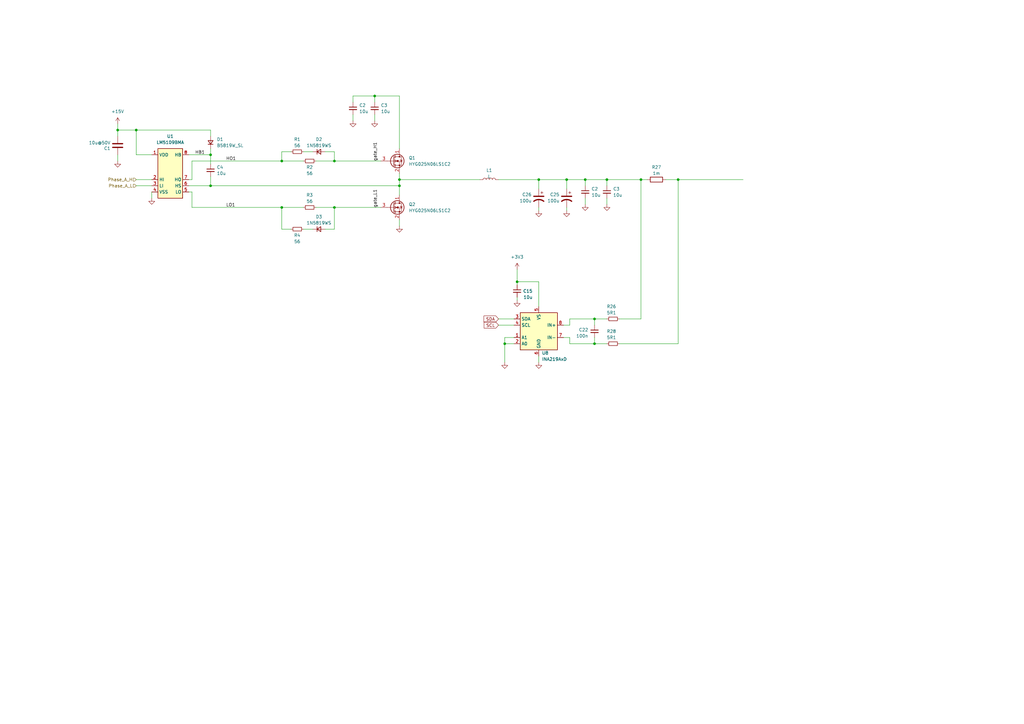
<source format=kicad_sch>
(kicad_sch (version 20230121) (generator eeschema)
  (paper "A3")
  (lib_symbols
    (symbol "D_Small_1" (pin_numbers hide) (pin_names (offset 0.254) hide)
      (property "Reference" "D" (at -1.27 2.032 0))
      (property "Value" "D_Small" (at -3.81 -2.032 0))
      (symbol "D_Small_1_0_1"
        (polyline (pts (xy -0.762 -1.016) (xy -0.762 1.016)) (stroke (width 0.254)))
        (polyline (pts (xy -0.762 0) (xy 0.762 0)))
        (polyline (pts (xy 0.762 -1.016) (xy -0.762 0) (xy 0.762 1.016) (xy 0.762 -1.016)) (stroke (width 0.254)))
      )
      (symbol "D_Small_1_1_1"
        (pin passive line (at -2.54 0 0) (length 1.778) (name "K") (number "1"))
        (pin passive line (at 2.54 0 180) (length 1.778) (name "A") (number "2"))
      )
    )
    (symbol "Device:C" (pin_numbers hide) (pin_names (offset 0.254))
      (property "Reference" "C" (at 0.635 2.54 0))
      (property "Value" "C" (at 0.635 -2.54 0))
      (symbol "C_0_1"
        (polyline (pts (xy -2.032 -0.762) (xy 2.032 -0.762)) (stroke (width 0.508)))
        (polyline (pts (xy -2.032 0.762) (xy 2.032 0.762)) (stroke (width 0.508)))
      )
      (symbol "C_1_1"
        (pin passive line (at 0 3.81 270) (length 2.794) (name "~") (number "1"))
        (pin passive line (at 0 -3.81 90) (length 2.794) (name "~") (number "2"))
      )
    )
    (symbol "Device:C_Polarized_US" (pin_numbers hide) (pin_names (offset 0.254) hide)
      (property "Reference" "C" (at 0.635 2.54 0))
      (property "Value" "C_Polarized_US" (at 0.635 -2.54 0))
      (symbol "C_Polarized_US_0_1"
        (polyline (pts (xy -2.032 0.762) (xy 2.032 0.762)) (stroke (width 0.508)))
        (polyline (pts (xy -1.778 2.286) (xy -0.762 2.286)))
        (polyline (pts (xy -1.27 1.778) (xy -1.27 2.794)))
        (arc (start 2.032 -1.27) (mid 0 -0.5572) (end -2.032 -1.27) (stroke (width 0.508)))
      )
      (symbol "C_Polarized_US_1_1"
        (pin passive line (at 0 3.81 270) (length 2.794) (name "~") (number "1"))
        (pin passive line (at 0 -3.81 90) (length 3.302) (name "~") (number "2"))
      )
    )
    (symbol "Device:C_Small" (pin_numbers hide) (pin_names (offset 0.254) hide)
      (property "Reference" "C" (at 0.254 1.778 0))
      (property "Value" "C_Small" (at 0.254 -2.032 0))
      (symbol "C_Small_0_1"
        (polyline (pts (xy -1.524 -0.508) (xy 1.524 -0.508)) (stroke (width 0.3302)))
        (polyline (pts (xy -1.524 0.508) (xy 1.524 0.508)) (stroke (width 0.3048)))
      )
      (symbol "C_Small_1_1"
        (pin passive line (at 0 2.54 270) (length 2.032) (name "~") (number "1"))
        (pin passive line (at 0 -2.54 90) (length 2.032) (name "~") (number "2"))
      )
    )
    (symbol "Device:D_Small" (pin_numbers hide) (pin_names (offset 0.254) hide)
      (property "Reference" "D" (at -1.27 2.032 0))
      (property "Value" "D_Small" (at -3.81 -2.032 0))
      (symbol "D_Small_0_1"
        (polyline (pts (xy -0.762 -1.016) (xy -0.762 1.016)) (stroke (width 0.254)))
        (polyline (pts (xy -0.762 0) (xy 0.762 0)))
        (polyline (pts (xy 0.762 -1.016) (xy -0.762 0) (xy 0.762 1.016) (xy 0.762 -1.016)) (stroke (width 0.254)))
      )
      (symbol "D_Small_1_1"
        (pin passive line (at -2.54 0 0) (length 1.778) (name "K") (number "1"))
        (pin passive line (at 2.54 0 180) (length 1.778) (name "A") (number "2"))
      )
    )
    (symbol "Device:L" (pin_numbers hide) (pin_names (offset 1.016) hide)
      (property "Reference" "L" (at -1.27 0 90))
      (property "Value" "L" (at 1.905 0 90))
      (symbol "L_0_1"
        (arc (start 0 -2.54) (mid 0.6323 -1.905) (end 0 -1.27))
        (arc (start 0 -1.27) (mid 0.6323 -0.635) (end 0 0))
        (arc (start 0 0) (mid 0.6323 0.635) (end 0 1.27))
        (arc (start 0 1.27) (mid 0.6323 1.905) (end 0 2.54))
      )
      (symbol "L_1_1"
        (pin passive line (at 0 3.81 270) (length 1.27) (name "1") (number "1"))
        (pin passive line (at 0 -3.81 90) (length 1.27) (name "2") (number "2"))
      )
    )
    (symbol "Device:Q_NMOS_DSG" (pin_names (offset 0) hide)
      (property "Reference" "Q" (at 5.08 1.27 0))
      (property "Value" "Q_NMOS_DSG" (at 5.08 -1.27 0))
      (symbol "Q_NMOS_DSG_0_1"
        (polyline (pts (xy 0.254 0) (xy -2.54 0)))
        (polyline (pts (xy 0.254 1.905) (xy 0.254 -1.905)) (stroke (width 0.254)))
        (polyline (pts (xy 0.762 -1.27) (xy 0.762 -2.286)) (stroke (width 0.254)))
        (polyline (pts (xy 0.762 0.508) (xy 0.762 -0.508)) (stroke (width 0.254)))
        (polyline (pts (xy 0.762 2.286) (xy 0.762 1.27)) (stroke (width 0.254)))
        (polyline (pts (xy 2.54 2.54) (xy 2.54 1.778)))
        (polyline (pts (xy 2.54 -2.54) (xy 2.54 0) (xy 0.762 0)))
        (polyline (pts (xy 0.762 -1.778) (xy 3.302 -1.778) (xy 3.302 1.778) (xy 0.762 1.778)))
        (polyline (pts (xy 1.016 0) (xy 2.032 0.381) (xy 2.032 -0.381) (xy 1.016 0)) (fill (type outline)))
        (polyline (pts (xy 2.794 0.508) (xy 2.921 0.381) (xy 3.683 0.381) (xy 3.81 0.254)))
        (polyline (pts (xy 3.302 0.381) (xy 2.921 -0.254) (xy 3.683 -0.254) (xy 3.302 0.381)))
        (circle (center 1.651 0) (radius 2.794) (stroke (width 0.254)))
        (circle (center 2.54 -1.778) (radius 0.254) (fill (type outline)))
        (circle (center 2.54 1.778) (radius 0.254) (fill (type outline)))
      )
      (symbol "Q_NMOS_DSG_1_1"
        (pin passive line (at 2.54 5.08 270) (length 2.54) (name "D") (number "1"))
        (pin passive line (at 2.54 -5.08 90) (length 2.54) (name "S") (number "2"))
        (pin input line (at -5.08 0 0) (length 2.54) (name "G") (number "3"))
      )
    )
    (symbol "Device:R" (pin_numbers hide) (pin_names (offset 0))
      (property "Reference" "R" (at 2.032 0 90))
      (property "Value" "R" (at 0 0 90))
      (symbol "R_0_1"
        (rectangle (start -1.016 -2.54) (end 1.016 2.54) (stroke (width 0.254)))
      )
      (symbol "R_1_1"
        (pin passive line (at 0 3.81 270) (length 1.27) (name "~") (number "1"))
        (pin passive line (at 0 -3.81 90) (length 1.27) (name "~") (number "2"))
      )
    )
    (symbol "Device:R_Small" (pin_numbers hide) (pin_names (offset 0.254) hide)
      (property "Reference" "R" (at 0.762 0.508 0))
      (property "Value" "R_Small" (at 0.762 -1.016 0))
      (symbol "R_Small_0_1"
        (rectangle (start -0.762 1.778) (end 0.762 -1.778) (stroke (width 0.2032)))
      )
      (symbol "R_Small_1_1"
        (pin passive line (at 0 2.54 270) (length 0.762) (name "~") (number "1"))
        (pin passive line (at 0 -2.54 90) (length 0.762) (name "~") (number "2"))
      )
    )
    (symbol "Driver_FET:LM5109BMA"
      (property "Reference" "U" (at 0 13.97 0))
      (property "Value" "LM5109BMA" (at 0 11.43 0))
      (symbol "LM5109BMA_0_1"
        (rectangle (start -5.08 -10.16) (end 5.08 10.16) (stroke (width 0.254)) (fill (type background)))
      )
      (symbol "LM5109BMA_1_1"
        (pin power_in line (at -7.62 7.62 0) (length 2.54) (name "VDD") (number "1"))
        (pin input line (at -7.62 -2.54 0) (length 2.54) (name "HI") (number "2"))
        (pin input line (at -7.62 -5.08 0) (length 2.54) (name "LI") (number "3"))
        (pin power_in line (at -7.62 -7.62 0) (length 2.54) (name "VSS") (number "4"))
        (pin output line (at 7.62 -7.62 180) (length 2.54) (name "LO") (number "5"))
        (pin passive line (at 7.62 -5.08 180) (length 2.54) (name "HS") (number "6"))
        (pin output line (at 7.62 -2.54 180) (length 2.54) (name "HO") (number "7"))
        (pin passive line (at 7.62 7.62 180) (length 2.54) (name "HB") (number "8"))
      )
    )
    (symbol "Sensor_Energy:INA219AxD"
      (property "Reference" "U" (at -6.35 8.89 0))
      (property "Value" "INA219AxD" (at 5.08 8.89 0))
      (symbol "INA219AxD_0_1"
        (rectangle (start -7.62 7.62) (end 7.62 -7.62) (stroke (width 0.254)) (fill (type background)))
      )
      (symbol "INA219AxD_1_1"
        (pin input line (at 10.16 -2.54 180) (length 2.54) (name "A1") (number "1"))
        (pin input line (at 10.16 -5.08 180) (length 2.54) (name "A0") (number "2"))
        (pin bidirectional line (at 10.16 5.08 180) (length 2.54) (name "SDA") (number "3"))
        (pin input line (at 10.16 2.54 180) (length 2.54) (name "SCL") (number "4"))
        (pin power_in line (at 0 10.16 270) (length 2.54) (name "VS") (number "5"))
        (pin power_in line (at 0 -10.16 90) (length 2.54) (name "GND") (number "6"))
        (pin input line (at -10.16 -2.54 0) (length 2.54) (name "IN-") (number "7"))
        (pin input line (at -10.16 2.54 0) (length 2.54) (name "IN+") (number "8"))
      )
    )
    (symbol "power:+15V" (power) (pin_names (offset 0))
      (property "Value" "+15V" (at 0 3.556 0))
      (symbol "+15V_0_1"
        (polyline (pts (xy -0.762 1.27) (xy 0 2.54)))
        (polyline (pts (xy 0 0) (xy 0 2.54)))
        (polyline (pts (xy 0 2.54) (xy 0.762 1.27)))
      )
      (symbol "+15V_1_1"
        (pin power_in line (at 0 0 90) (length 0) hide (name "+15V") (number "1"))
      )
    )
    (symbol "power:+3V3" (power) (pin_names (offset 0))
      (property "Value" "+3V3" (at 0 3.556 0))
      (symbol "+3V3_0_1"
        (polyline (pts (xy -0.762 1.27) (xy 0 2.54)))
        (polyline (pts (xy 0 0) (xy 0 2.54)))
        (polyline (pts (xy 0 2.54) (xy 0.762 1.27)))
      )
      (symbol "+3V3_1_1"
        (pin power_in line (at 0 0 90) (length 0) hide (name "+3V3") (number "1"))
      )
    )
    (symbol "power:GND" (power) (pin_names (offset 0))
      (property "Value" "GND" (at 0 -3.81 0))
      (symbol "GND_0_1"
        (polyline (pts (xy 0 0) (xy 0 -1.27) (xy 1.27 -1.27) (xy 0 -2.54) (xy -1.27 -1.27) (xy 0 -1.27)))
      )
      (symbol "GND_1_1"
        (pin power_in line (at 0 0 270) (length 0) hide (name "GND") (number "1"))
      )
    )
  )
  (junction (at 153.67 39.37))
  (junction (at 137.16 85.09))
  (junction (at 248.92 73.66))
  (junction (at 243.84 130.81))
  (junction (at 243.84 140.97))
  (junction (at 48.26 53.34))
  (junction (at 163.83 76.2))
  (junction (at 137.16 66.04))
  (junction (at 207.01 140.97))
  (junction (at 163.83 73.66))
  (junction (at 86.36 63.5))
  (junction (at 115.57 66.04))
  (junction (at 262.89 73.66))
  (junction (at 212.09 115.57))
  (junction (at 278.13 73.66))
  (junction (at 232.41 73.66))
  (junction (at 86.36 76.2))
  (junction (at 220.98 73.66))
  (junction (at 240.03 73.66))
  (junction (at 115.57 85.09))
  (junction (at 55.88 53.34))
  (wire (pts (xy 254 130.81) (xy 262.89 130.81)))
  (wire (pts (xy 55.88 63.5) (xy 62.23 63.5)))
  (wire (pts (xy 77.47 63.5) (xy 86.36 63.5)))
  (wire (pts (xy 119.38 93.98) (xy 115.57 93.98)))
  (wire (pts (xy 144.78 39.37) (xy 153.67 39.37)))
  (wire (pts (xy 220.98 115.57) (xy 220.98 125.73)))
  (wire (pts (xy 220.98 73.66) (xy 232.41 73.66)))
  (wire (pts (xy 77.47 73.66) (xy 78.74 73.66)))
  (wire (pts (xy 204.47 130.81) (xy 210.82 130.81)))
  (wire (pts (xy 62.23 78.74) (xy 62.23 81.28)))
  (wire (pts (xy 115.57 85.09) (xy 115.57 93.98)))
  (wire (pts (xy 243.84 130.81) (xy 248.92 130.81)))
  (wire (pts (xy 243.84 130.81) (xy 243.84 133.35)))
  (wire (pts (xy 77.47 78.74) (xy 78.74 78.74)))
  (wire (pts (xy 204.47 133.35) (xy 210.82 133.35)))
  (wire (pts (xy 48.26 50.8) (xy 48.26 53.34)))
  (wire (pts (xy 55.88 73.66) (xy 62.23 73.66)))
  (wire (pts (xy 119.38 62.23) (xy 115.57 62.23)))
  (wire (pts (xy 233.68 133.35) (xy 233.68 130.81)))
  (wire (pts (xy 207.01 138.43) (xy 210.82 138.43)))
  (wire (pts (xy 163.83 76.2) (xy 163.83 80.01)))
  (wire (pts (xy 207.01 140.97) (xy 207.01 148.59)))
  (wire (pts (xy 220.98 85.09) (xy 220.98 86.36)))
  (wire (pts (xy 262.89 73.66) (xy 265.43 73.66)))
  (wire (pts (xy 212.09 115.57) (xy 212.09 116.84)))
  (wire (pts (xy 220.98 146.05) (xy 220.98 148.59)))
  (wire (pts (xy 240.03 73.66) (xy 248.92 73.66)))
  (wire (pts (xy 231.14 138.43) (xy 233.68 138.43)))
  (wire (pts (xy 207.01 138.43) (xy 207.01 140.97)))
  (wire (pts (xy 204.47 73.66) (xy 220.98 73.66)))
  (wire (pts (xy 273.05 73.66) (xy 278.13 73.66)))
  (wire (pts (xy 248.92 81.28) (xy 248.92 83.82)))
  (wire (pts (xy 278.13 73.66) (xy 304.8 73.66)))
  (wire (pts (xy 231.14 133.35) (xy 233.68 133.35)))
  (wire (pts (xy 248.92 73.66) (xy 262.89 73.66)))
  (wire (pts (xy 232.41 73.66) (xy 240.03 73.66)))
  (wire (pts (xy 55.88 76.2) (xy 62.23 76.2)))
  (wire (pts (xy 212.09 121.92) (xy 212.09 123.19)))
  (wire (pts (xy 55.88 53.34) (xy 86.36 53.34)))
  (wire (pts (xy 115.57 85.09) (xy 124.46 85.09)))
  (wire (pts (xy 137.16 66.04) (xy 156.21 66.04)))
  (wire (pts (xy 48.26 63.5) (xy 48.26 66.04)))
  (wire (pts (xy 78.74 85.09) (xy 115.57 85.09)))
  (wire (pts (xy 144.78 41.91) (xy 144.78 39.37)))
  (wire (pts (xy 137.16 62.23) (xy 133.35 62.23)))
  (wire (pts (xy 128.27 62.23) (xy 124.46 62.23)))
  (wire (pts (xy 128.27 93.98) (xy 124.46 93.98)))
  (wire (pts (xy 262.89 73.66) (xy 262.89 130.81)))
  (wire (pts (xy 243.84 138.43) (xy 243.84 140.97)))
  (wire (pts (xy 77.47 76.2) (xy 86.36 76.2)))
  (wire (pts (xy 86.36 60.96) (xy 86.36 63.5)))
  (wire (pts (xy 137.16 66.04) (xy 137.16 62.23)))
  (wire (pts (xy 243.84 140.97) (xy 248.92 140.97)))
  (wire (pts (xy 78.74 66.04) (xy 115.57 66.04)))
  (wire (pts (xy 86.36 76.2) (xy 163.83 76.2)))
  (wire (pts (xy 233.68 130.81) (xy 243.84 130.81)))
  (wire (pts (xy 153.67 39.37) (xy 153.67 41.91)))
  (wire (pts (xy 129.54 85.09) (xy 137.16 85.09)))
  (wire (pts (xy 163.83 73.66) (xy 163.83 76.2)))
  (wire (pts (xy 240.03 76.2) (xy 240.03 73.66)))
  (wire (pts (xy 86.36 76.2) (xy 86.36 72.39)))
  (wire (pts (xy 212.09 110.49) (xy 212.09 115.57)))
  (wire (pts (xy 86.36 53.34) (xy 86.36 55.88)))
  (wire (pts (xy 55.88 53.34) (xy 55.88 63.5)))
  (wire (pts (xy 196.85 73.66) (xy 163.83 73.66)))
  (wire (pts (xy 232.41 85.09) (xy 232.41 86.36)))
  (wire (pts (xy 278.13 73.66) (xy 278.13 140.97)))
  (wire (pts (xy 220.98 115.57) (xy 212.09 115.57)))
  (wire (pts (xy 254 140.97) (xy 278.13 140.97)))
  (wire (pts (xy 137.16 85.09) (xy 156.21 85.09)))
  (wire (pts (xy 233.68 138.43) (xy 233.68 140.97)))
  (wire (pts (xy 153.67 46.99) (xy 153.67 49.53)))
  (wire (pts (xy 115.57 66.04) (xy 124.46 66.04)))
  (wire (pts (xy 144.78 46.99) (xy 144.78 49.53)))
  (wire (pts (xy 86.36 67.31) (xy 86.36 63.5)))
  (wire (pts (xy 129.54 66.04) (xy 137.16 66.04)))
  (wire (pts (xy 137.16 85.09) (xy 137.16 93.98)))
  (wire (pts (xy 232.41 77.47) (xy 232.41 73.66)))
  (wire (pts (xy 207.01 140.97) (xy 210.82 140.97)))
  (wire (pts (xy 78.74 78.74) (xy 78.74 85.09)))
  (wire (pts (xy 248.92 73.66) (xy 248.92 76.2)))
  (wire (pts (xy 233.68 140.97) (xy 243.84 140.97)))
  (wire (pts (xy 115.57 62.23) (xy 115.57 66.04)))
  (wire (pts (xy 240.03 81.28) (xy 240.03 83.82)))
  (wire (pts (xy 163.83 39.37) (xy 163.83 60.96)))
  (wire (pts (xy 78.74 73.66) (xy 78.74 66.04)))
  (wire (pts (xy 220.98 77.47) (xy 220.98 73.66)))
  (wire (pts (xy 163.83 71.12) (xy 163.83 73.66)))
  (wire (pts (xy 163.83 90.17) (xy 163.83 92.71)))
  (wire (pts (xy 48.26 53.34) (xy 48.26 55.88)))
  (wire (pts (xy 48.26 53.34) (xy 55.88 53.34)))
  (wire (pts (xy 163.83 39.37) (xy 153.67 39.37)))
  (wire (pts (xy 137.16 93.98) (xy 133.35 93.98)))
  (label "gate_H1" (at 154.94 66.04 90))
  (label "HB1" (at 80.01 63.5 0))
  (label "HO1" (at 92.71 66.04 0))
  (label "gate_L1" (at 154.94 85.09 90))
  (label "LO1" (at 92.71 85.09 0))
  (global_label "SDA" (shape input) (at 204.47 130.81 180) (property "Intersheetrefs" "${INTERSHEET_REFS}" (effects hide)))
  (global_label "SCL" (shape input) (at 204.47 133.35 180) (property "Intersheetrefs" "${INTERSHEET_REFS}" (effects hide)))
  (hierarchical_label "Phase_A_H" (shape input) (at 55.88 73.66 180))
  (hierarchical_label "Phase_A_L" (shape input) (at 55.88 76.2 180))
  (symbol (lib_id "Device:C_Small") (at 86.36 69.85 0) (unit 1)
    (property "Reference" "C4" (at 88.9 68.5862 0) (effects (justify left)))
    (property "Value" "10u" (at 88.9 71.1262 0) (effects (justify left)))
    (property "Footprint" "Capacitor_SMD:C_0805_2012Metric" (effects hide))
    (property "LCSC" "C15850" (effects hide))
    (instances (project "PSMPS" (path "" (reference "C4") (unit 1)) (path "" (reference "C4") (unit 1))) (project "ESP32_dual_ESC" (path "" (reference "C2") (unit 1)) (path "" (reference "C19") (unit 1))) (project "RP2040_ESP32_dual_ESC" (path "" (reference "C24") (unit 1)) (path "" (reference "C2") (unit 1))))
  )
  (symbol (lib_id "power:GND") (at 232.41 86.36 0) (mirror y) (unit 1)
    (property "Reference" "#PWR063" (effects hide))
    (property "Value" "GND" (effects hide))
    (instances (project "PSMPS" (path "" (reference "#PWR063") (unit 1))) (project "ESP32_dual_ESC" (path "" (reference "#PWR04") (unit 1)) (path "" (reference "#PWR074") (unit 1)) (path "" (reference "#PWR021") (unit 1))) (project "RP2040_ESP32_dual_ESC" (path "" (reference "#PWR0112") (unit 1)) (path "" (reference "#PWR0104") (unit 1))))
  )
  (symbol (lib_id "power:GND") (at 248.92 83.82 0) (unit 1)
    (property "Reference" "#PWR04" (effects hide))
    (property "Value" "GND" (effects hide))
    (instances (project "PSMPS" (path "" (reference "#PWR04") (unit 1)) (path "" (reference "#PWR062") (unit 1))) (project "ESP32_dual_ESC" (path "" (reference "#PWR093") (unit 1)) (path "" (reference "#PWR047") (unit 1))) (project "RP2040_ESP32_dual_ESC" (path "" (reference "#PWR0109") (unit 1)) (path "" (reference "#PWR0101") (unit 1))))
  )
  (symbol (lib_id "Device:R_Small") (at 251.46 130.81 270) (unit 1)
    (property "Reference" "R26" (at 252.73 125.73 90) (effects (justify right)))
    (property "Value" "5R1" (at 252.73 128.27 90) (effects (justify right)))
    (property "Footprint" "Resistor_SMD:R_0603_1608Metric" (effects hide))
    (property "LCSC" "C25197" (effects hide))
    (instances (project "PSMPS" (path "" (reference "R26") (unit 1))) (project "ESP32_dual_ESC" (path "" (reference "R57") (unit 1))) (project "BMS_project" (path "" (reference "R1") (unit 1)) (path "" (reference "R19") (unit 1)) (path "" (reference "R31") (unit 1)) (path "" (reference "R38") (unit 1)) (path "" (reference "R45") (unit 1))))
  )
  (symbol (lib_id "power:GND") (at 220.98 148.59 0) (unit 1)
    (property "Reference" "#PWR060" (effects hide))
    (property "Value" "GND" (effects hide))
    (instances (project "PSMPS" (path "" (reference "#PWR060") (unit 1))) (project "ESP32_dual_ESC" (path "" (reference "#PWR06") (unit 1)) (path "" (reference "#PWR083") (unit 1)) (path "" (reference "#PWR083") (unit 1))) (project "RP2040_ESP32_dual_ESC" (path "" (reference "#PWR0109") (unit 1)) (path "" (reference "#PWR0101") (unit 1))))
  )
  (symbol (lib_id "Device:C_Small") (at 248.92 78.74 0) (unit 1)
    (property "Reference" "C3" (at 251.46 77.4762 0) (effects (justify left)))
    (property "Value" "10u" (at 251.46 80.0162 0) (effects (justify left)))
    (property "Footprint" "Capacitor_SMD:C_1206_3216Metric" (effects hide))
    (property "LCSC" "C13585" (effects hide))
    (instances (project "PSMPS" (path "" (reference "C3") (unit 1)) (path "" (reference "C24") (unit 1))) (project "ESP32_dual_ESC" (path "" (reference "C73") (unit 1)) (path "" (reference "C67") (unit 1))) (project "RP2040_ESP32_dual_ESC" (path "" (reference "C24") (unit 1)) (path "" (reference "C2") (unit 1))))
  )
  (symbol (lib_id "Device:C_Small") (at 153.67 44.45 0) (unit 1)
    (property "Reference" "C3" (at 156.21 43.1862 0) (effects (justify left)))
    (property "Value" "10u" (at 156.21 45.7262 0) (effects (justify left)))
    (property "Footprint" "Capacitor_SMD:C_1206_3216Metric" (effects hide))
    (property "LCSC" "C13585" (effects hide))
    (instances (project "PSMPS" (path "" (reference "C3") (unit 1)) (path "" (reference "C3") (unit 1))) (project "ESP32_dual_ESC" (path "" (reference "C73") (unit 1)) (path "" (reference "C67") (unit 1))) (project "RP2040_ESP32_dual_ESC" (path "" (reference "C24") (unit 1)) (path "" (reference "C2") (unit 1))))
  )
  (symbol (lib_id "power:GND") (at 163.83 92.71 0) (unit 1)
    (property "Reference" "#PWR06" (effects hide))
    (property "Value" "GND" (effects hide))
    (instances (project "PSMPS" (path "" (reference "#PWR06") (unit 1)) (path "" (reference "#PWR06") (unit 1))) (project "ESP32_dual_ESC" (path "" (reference "#PWR06") (unit 1))) (project "RP2040_ESP32_dual_ESC" (path "" (reference "#PWR0109") (unit 1)) (path "" (reference "#PWR0101") (unit 1))))
  )
  (symbol (lib_id "Device:C_Small") (at 240.03 78.74 0) (unit 1)
    (property "Reference" "C2" (at 242.57 77.4762 0) (effects (justify left)))
    (property "Value" "10u" (at 242.57 80.0162 0) (effects (justify left)))
    (property "Footprint" "Capacitor_SMD:C_1206_3216Metric" (effects hide))
    (property "LCSC" "C13585" (effects hide))
    (instances (project "PSMPS" (path "" (reference "C2") (unit 1)) (path "" (reference "C23") (unit 1))) (project "ESP32_dual_ESC" (path "" (reference "C72") (unit 1)) (path "" (reference "C66") (unit 1))) (project "RP2040_ESP32_dual_ESC" (path "" (reference "C24") (unit 1)) (path "" (reference "C2") (unit 1))))
  )
  (symbol (lib_id "Driver_FET:LM5109BMA") (at 69.85 71.12 0) (unit 1)
    (property "Reference" "U1" (at 69.85 55.88 0))
    (property "Value" "LM5109BMA" (at 69.85 58.42 0))
    (property "Footprint" "Package_SO:SOIC-8_3.9x4.9mm_P1.27mm" (effects hide))
    (property "Datasheet" "http://www.ti.com/lit/ds/symlink/lm5109b.pdf" (effects hide))
    (property "LCSC" "C116862" (effects hide))
    (instances (project "PSMPS" (path "" (reference "U1") (unit 1)) (path "" (reference "U1") (unit 1))) (project "ESP32_dual_ESC" (path "" (reference "U2") (unit 1))) (project "RP2040_ESP32_dual_ESC" (path "" (reference "U9") (unit 1)) (path "" (reference "U2") (unit 1))))
  )
  (symbol (lib_id "power:GND") (at 207.01 148.59 0) (unit 1)
    (property "Reference" "#PWR059" (effects hide))
    (property "Value" "GND" (effects hide))
    (instances (project "PSMPS" (path "" (reference "#PWR059") (unit 1))) (project "ESP32_dual_ESC" (path "" (reference "#PWR06") (unit 1)) (path "" (reference "#PWR083") (unit 1)) (path "" (reference "#PWR041") (unit 1))) (project "RP2040_ESP32_dual_ESC" (path "" (reference "#PWR0109") (unit 1)) (path "" (reference "#PWR0101") (unit 1))))
  )
  (symbol (lib_id "Device:R_Small") (at 127 85.09 90) (mirror x) (unit 1)
    (property "Reference" "R3" (at 127 80.01 90))
    (property "Value" "56" (at 127 82.55 90))
    (property "Footprint" "Resistor_SMD:R_0603_1608Metric" (effects hide))
    (property "LCSC" "C25196" (effects hide))
    (instances (project "PSMPS" (path "" (reference "R3") (unit 1)) (path "" (reference "R3") (unit 1))) (project "ESP32_dual_ESC" (path "" (reference "R5") (unit 1)) (path "" (reference "R28") (unit 1))) (project "RP2040_ESP32_dual_ESC" (path "" (reference "R42") (unit 1)) (path "" (reference "R17") (unit 1))))
  )
  (symbol (lib_id "Device:C_Small") (at 212.09 119.38 0) (mirror y) (unit 1)
    (property "Reference" "C15" (at 218.44 119.38 0) (effects (justify left)))
    (property "Value" "10u" (at 218.44 121.92 0) (effects (justify left)))
    (property "Footprint" "Capacitor_SMD:C_0603_1608Metric" (effects hide))
    (property "LCSC" "C96446" (effects hide))
    (instances (project "Ethernet_switch_4out" (path "" (reference "C15") (unit 1))) (project "cross_band_handy_walkie_talkie_ES8388" (path "" (reference "C3") (unit 1))) (project "PSMPS" (path "" (reference "C21") (unit 1))) (project "ESP32_dual_ESC" (path "" (reference "C11") (unit 1)) (path "" (reference "C18") (unit 1))))
  )
  (symbol (lib_id "power:GND") (at 240.03 83.82 0) (unit 1)
    (property "Reference" "#PWR03" (effects hide))
    (property "Value" "GND" (effects hide))
    (instances (project "PSMPS" (path "" (reference "#PWR03") (unit 1)) (path "" (reference "#PWR061") (unit 1))) (project "ESP32_dual_ESC" (path "" (reference "#PWR092") (unit 1)) (path "" (reference "#PWR046") (unit 1))) (project "RP2040_ESP32_dual_ESC" (path "" (reference "#PWR0109") (unit 1)) (path "" (reference "#PWR0101") (unit 1))))
  )
  (symbol (lib_id "Device:C_Polarized_US") (at 220.98 81.28 0) (mirror y) (unit 1)
    (property "Reference" "C26" (at 218.059 79.8103 0) (effects (justify left)))
    (property "Value" "100u" (at 218.059 82.3472 0) (effects (justify left)))
    (property "Footprint" "Capacitor_SMD:CP_Elec_6.3x5.4" (effects hide))
    (property "LCSC" "C4747963" (effects hide))
    (instances (project "PSMPS" (path "" (reference "C26") (unit 1))) (project "ESP32_dual_ESC" (path "" (reference "C23") (unit 1))))
  )
  (symbol (lib_name "D_Small_1") (lib_id "Device:D_Small") (at 130.81 62.23 0) (unit 1)
    (property "Reference" "D2" (at 130.81 57.15 0))
    (property "Value" "1N5819WS" (at 130.81 59.69 0))
    (property "Footprint" "Diode_SMD:D_SOD-323" (effects hide))
    (property "Datasheet" "https://datasheet.lcsc.com/lcsc/2204281430_Guangdong-Hottech-1N5819WS_C191023.pdf" (effects hide))
    (property "Sim.Device" "D" (effects hide))
    (property "Sim.Pins" "1=K 2=A" (effects hide))
    (property "LCSC" "C191023" (effects hide))
    (instances (project "PSMPS" (path "" (reference "D2") (unit 1)) (path "" (reference "D2") (unit 1))) (project "ESP32_dual_ESC" (path "" (reference "D7") (unit 1)) (path "" (reference "D16") (unit 1))))
  )
  (symbol (lib_id "power:+3V3") (at 212.09 110.49 0) (unit 1)
    (property "Reference" "#PWR02" (effects hide))
    (property "Value" "+3V3" (at 212.09 105.41 0))
    (instances (project "Ethernet_switch_4out" (path "" (reference "#PWR02") (unit 1))) (project "cross_band_handy_walkie_talkie_ES8388" (path "" (reference "#PWR014") (unit 1))) (project "PSMPS" (path "" (reference "#PWR056") (unit 1))) (project "ESP32_dual_ESC" (path "" (reference "#PWR022") (unit 1)) (path "" (reference "#PWR085") (unit 1))))
  )
  (symbol (lib_id "Device:R") (at 269.24 73.66 90) (unit 1)
    (property "Reference" "R27" (at 269.24 68.58 90))
    (property "Value" "1m" (at 269.24 71.12 90))
    (property "Footprint" "Resistor_SMD:R_2512_6332Metric" (effects hide))
    (instances (project "PSMPS" (path "" (reference "R27") (unit 1))) (project "ESP32_dual_ESC" (path "" (reference "R56") (unit 1))))
  )
  (symbol (lib_id "Device:R_Small") (at 121.92 93.98 270) (mirror x) (unit 1)
    (property "Reference" "R4" (at 121.92 96.52 90))
    (property "Value" "56" (at 121.92 99.06 90))
    (property "Footprint" "Resistor_SMD:R_0603_1608Metric" (effects hide))
    (property "LCSC" "C25196" (effects hide))
    (instances (project "PSMPS" (path "" (reference "R4") (unit 1)) (path "" (reference "R4") (unit 1))) (project "ESP32_dual_ESC" (path "" (reference "R59") (unit 1)) (path "" (reference "R28") (unit 1))) (project "RP2040_ESP32_dual_ESC" (path "" (reference "R42") (unit 1)) (path "" (reference "R17") (unit 1))))
  )
  (symbol (lib_id "Device:C_Small") (at 243.84 135.89 0) (mirror y) (unit 1)
    (property "Reference" "C22" (at 241.3 135.2613 0) (effects (justify left)))
    (property "Value" "100n" (at 241.3 137.8013 0) (effects (justify left)))
    (property "Footprint" "Capacitor_SMD:C_0603_1608Metric" (effects hide))
    (property "LCSC" "C14663" (effects hide))
    (instances (project "PSMPS" (path "" (reference "C22") (unit 1))) (project "ESP32_dual_ESC" (path "" (reference "C25") (unit 1))) (project "BMS_project" (path "" (reference "C16") (unit 1)) (path "" (reference "C28") (unit 1)) (path "" (reference "C36") (unit 1)) (path "" (reference "C44") (unit 1))))
  )
  (symbol (lib_id "power:GND") (at 144.78 49.53 0) (unit 1)
    (property "Reference" "#PWR03" (effects hide))
    (property "Value" "GND" (effects hide))
    (instances (project "PSMPS" (path "" (reference "#PWR03") (unit 1)) (path "" (reference "#PWR03") (unit 1))) (project "ESP32_dual_ESC" (path "" (reference "#PWR092") (unit 1)) (path "" (reference "#PWR046") (unit 1))) (project "RP2040_ESP32_dual_ESC" (path "" (reference "#PWR0109") (unit 1)) (path "" (reference "#PWR0101") (unit 1))))
  )
  (symbol (lib_id "power:GND") (at 212.09 123.19 0) (mirror y) (unit 1)
    (property "Reference" "#PWR018" (effects hide))
    (property "Value" "GND" (effects hide))
    (instances (project "Ethernet_switch_4out" (path "" (reference "#PWR018") (unit 1))) (project "cross_band_handy_walkie_talkie_ES8388" (path "" (reference "#PWR016") (unit 1))) (project "PSMPS" (path "" (reference "#PWR057") (unit 1))) (project "ESP32_dual_ESC" (path "" (reference "#PWR026") (unit 1)) (path "" (reference "#PWR088") (unit 1))))
  )
  (symbol (lib_id "power:GND") (at 220.98 86.36 0) (mirror y) (unit 1)
    (property "Reference" "#PWR064" (effects hide))
    (property "Value" "GND" (effects hide))
    (instances (project "PSMPS" (path "" (reference "#PWR064") (unit 1))) (project "ESP32_dual_ESC" (path "" (reference "#PWR04") (unit 1)) (path "" (reference "#PWR074") (unit 1)) (path "" (reference "#PWR021") (unit 1))) (project "RP2040_ESP32_dual_ESC" (path "" (reference "#PWR0112") (unit 1)) (path "" (reference "#PWR0104") (unit 1))))
  )
  (symbol (lib_id "power:GND") (at 153.67 49.53 0) (unit 1)
    (property "Reference" "#PWR04" (effects hide))
    (property "Value" "GND" (effects hide))
    (instances (project "PSMPS" (path "" (reference "#PWR04") (unit 1)) (path "" (reference "#PWR04") (unit 1))) (project "ESP32_dual_ESC" (path "" (reference "#PWR093") (unit 1)) (path "" (reference "#PWR047") (unit 1))) (project "RP2040_ESP32_dual_ESC" (path "" (reference "#PWR0109") (unit 1)) (path "" (reference "#PWR0101") (unit 1))))
  )
  (symbol (lib_id "Device:Q_NMOS_DSG") (at 161.29 66.04 0) (unit 1)
    (property "Reference" "Q1" (at 167.64 64.7699 0) (effects (justify left)))
    (property "Value" "HYG025N06LS1C2" (at 167.64 67.3099 0) (effects (justify left)))
    (property "Footprint" "Z_mycustom_footprint_lib:DFN-8_(5x6)" (effects hide))
    (property "Datasheet" "https://datasheet.lcsc.com/lcsc/2105242011_HUAYI-HYG025N06LS1C2_C2827231.pdf" (effects hide))
    (property "LCSC" "C2827231" (effects hide))
    (instances (project "PSMPS" (path "" (reference "Q1") (unit 1)) (path "" (reference "Q1") (unit 1))) (project "ESP32_dual_ESC" (path "" (reference "Q1") (unit 1))) (project "RP2040_ESP32_dual_ESC" (path "" (reference "Q7") (unit 1)) (path "" (reference "Q1") (unit 1))))
  )
  (symbol (lib_id "Device:R_Small") (at 121.92 62.23 90) (mirror x) (unit 1)
    (property "Reference" "R1" (at 121.92 57.15 90))
    (property "Value" "56" (at 121.92 59.69 90))
    (property "Footprint" "Resistor_SMD:R_0603_1608Metric" (effects hide))
    (property "LCSC" "C25196" (effects hide))
    (instances (project "PSMPS" (path "" (reference "R1") (unit 1)) (path "" (reference "R1") (unit 1))) (project "ESP32_dual_ESC" (path "" (reference "R42") (unit 1)) (path "" (reference "R28") (unit 1))) (project "RP2040_ESP32_dual_ESC" (path "" (reference "R42") (unit 1)) (path "" (reference "R17") (unit 1))))
  )
  (symbol (lib_name "D_Small_1") (lib_id "Device:D_Small") (at 130.81 93.98 0) (unit 1)
    (property "Reference" "D3" (at 130.81 88.9 0))
    (property "Value" "1N5819WS" (at 130.81 91.44 0))
    (property "Footprint" "Diode_SMD:D_SOD-323" (effects hide))
    (property "Datasheet" "https://datasheet.lcsc.com/lcsc/2204281430_Guangdong-Hottech-1N5819WS_C191023.pdf" (effects hide))
    (property "Sim.Device" "D" (effects hide))
    (property "Sim.Pins" "1=K 2=A" (effects hide))
    (property "LCSC" "C191023" (effects hide))
    (instances (project "PSMPS" (path "" (reference "D3") (unit 1)) (path "" (reference "D3") (unit 1))) (project "ESP32_dual_ESC" (path "" (reference "D15") (unit 1)) (path "" (reference "D17") (unit 1))))
  )
  (symbol (lib_id "Device:Q_NMOS_DSG") (at 161.29 85.09 0) (unit 1)
    (property "Reference" "Q2" (at 167.64 83.8199 0) (effects (justify left)))
    (property "Value" "HYG025N06LS1C2" (at 167.64 86.3599 0) (effects (justify left)))
    (property "Footprint" "Z_mycustom_footprint_lib:DFN-8_(5x6)" (effects hide))
    (property "Datasheet" "https://datasheet.lcsc.com/lcsc/2105242011_HUAYI-HYG025N06LS1C2_C2827231.pdf" (effects hide))
    (property "LCSC" "C2827231" (effects hide))
    (instances (project "PSMPS" (path "" (reference "Q2") (unit 1)) (path "" (reference "Q2") (unit 1))) (project "ESP32_dual_ESC" (path "" (reference "Q2") (unit 1))) (project "RP2040_ESP32_dual_ESC" (path "" (reference "Q8") (unit 1)) (path "" (reference "Q2") (unit 1))))
  )
  (symbol (lib_id "Device:R_Small") (at 127 66.04 270) (mirror x) (unit 1)
    (property "Reference" "R2" (at 127 68.58 90))
    (property "Value" "56" (at 127 71.12 90))
    (property "Footprint" "Resistor_SMD:R_0603_1608Metric" (effects hide))
    (property "LCSC" "C25196" (effects hide))
    (instances (project "PSMPS" (path "" (reference "R2") (unit 1)) (path "" (reference "R2") (unit 1))) (project "ESP32_dual_ESC" (path "" (reference "R17") (unit 1)) (path "" (reference "R28") (unit 1))) (project "RP2040_ESP32_dual_ESC" (path "" (reference "R42") (unit 1)) (path "" (reference "R17") (unit 1))))
  )
  (symbol (lib_id "Device:D_Small") (at 86.36 58.42 90) (unit 1)
    (property "Reference" "D1" (at 88.9 57.1499 90) (effects (justify right)))
    (property "Value" "B5819W_SL" (at 88.9 59.6899 90) (effects (justify right)))
    (property "Footprint" "Diode_SMD:D_SOD-123" (effects hide))
    (property "LCSC" "C8598" (effects hide))
    (instances (project "PSMPS" (path "" (reference "D1") (unit 1)) (path "" (reference "D1") (unit 1))) (project "ESP32_dual_ESC" (path "" (reference "D1") (unit 1))) (project "RP2040_ESP32_dual_ESC" (path "" (reference "D6") (unit 1)) (path "" (reference "D1") (unit 1))))
  )
  (symbol (lib_id "power:+15V") (at 48.26 50.8 0) (unit 1)
    (property "Reference" "#PWR01" (effects hide))
    (property "Value" "+15V" (at 48.26 45.72 0))
    (instances (project "PSMPS" (path "" (reference "#PWR01") (unit 1)) (path "" (reference "#PWR01") (unit 1))) (project "ESP32_dual_ESC" (path "" (reference "#PWR02") (unit 1))) (project "RP2040_ESP32_dual_ESC" (path "" (reference "#PWR044") (unit 1)) (path "" (reference "#PWR02") (unit 1))))
  )
  (symbol (lib_id "Device:C_Polarized_US") (at 232.41 81.28 0) (mirror y) (unit 1)
    (property "Reference" "C25" (at 229.489 79.8103 0) (effects (justify left)))
    (property "Value" "100u" (at 229.489 82.3472 0) (effects (justify left)))
    (property "Footprint" "Capacitor_SMD:CP_Elec_6.3x5.4" (effects hide))
    (property "LCSC" "C4747963" (effects hide))
    (instances (project "PSMPS" (path "" (reference "C25") (unit 1))) (project "ESP32_dual_ESC" (path "" (reference "C23") (unit 1))))
  )
  (symbol (lib_id "power:GND") (at 48.26 66.04 0) (unit 1)
    (property "Reference" "#PWR02" (effects hide))
    (property "Value" "GND" (effects hide))
    (instances (project "PSMPS" (path "" (reference "#PWR02") (unit 1)) (path "" (reference "#PWR02") (unit 1))) (project "ESP32_dual_ESC" (path "" (reference "#PWR03") (unit 1))) (project "RP2040_ESP32_dual_ESC" (path "" (reference "#PWR045") (unit 1)) (path "" (reference "#PWR03") (unit 1))))
  )
  (symbol (lib_id "Device:R_Small") (at 251.46 140.97 270) (unit 1)
    (property "Reference" "R28" (at 252.73 135.89 90) (effects (justify right)))
    (property "Value" "5R1" (at 252.73 138.43 90) (effects (justify right)))
    (property "Footprint" "Resistor_SMD:R_0603_1608Metric" (effects hide))
    (property "LCSC" "C25197" (effects hide))
    (instances (project "PSMPS" (path "" (reference "R28") (unit 1))) (project "ESP32_dual_ESC" (path "" (reference "R58") (unit 1))) (project "BMS_project" (path "" (reference "R1") (unit 1)) (path "" (reference "R21") (unit 1)) (path "" (reference "R33") (unit 1)) (path "" (reference "R40") (unit 1)) (path "" (reference "R47") (unit 1))))
  )
  (symbol (lib_id "Device:L") (at 200.66 73.66 90) (unit 1)
    (property "Reference" "L1" (at 200.66 69.85 90))
    (property "Value" "L" (at 200.66 72.39 90))
  )
  (symbol (lib_id "power:GND") (at 62.23 81.28 0) (unit 1)
    (property "Reference" "#PWR05" (effects hide))
    (property "Value" "GND" (effects hide))
    (instances (project "PSMPS" (path "" (reference "#PWR05") (unit 1)) (path "" (reference "#PWR05") (unit 1))) (project "ESP32_dual_ESC" (path "" (reference "#PWR05") (unit 1))) (project "RP2040_ESP32_dual_ESC" (path "" (reference "#PWR046") (unit 1)) (path "" (reference "#PWR05") (unit 1))))
  )
  (symbol (lib_id "Device:C") (at 48.26 59.69 180) (unit 1)
    (property "Reference" "C1" (at 45.339 60.8584 0) (effects (justify left)))
    (property "Value" "10u@50V" (at 45.339 58.547 0) (effects (justify left)))
    (property "Footprint" "Capacitor_SMD:C_0805_2012Metric" (effects hide))
    (property "LCSC" "C440198" (effects hide))
    (instances (project "PSMPS" (path "" (reference "C1") (unit 1)) (path "" (reference "C1") (unit 1))) (project "ESP32_dual_ESC" (path "" (reference "C1") (unit 1))) (project "RP2040_ESP32_dual_ESC" (path "" (reference "C23") (unit 1)) (path "" (reference "C1") (unit 1))))
  )
  (symbol (lib_id "Device:C_Small") (at 144.78 44.45 0) (unit 1)
    (property "Reference" "C2" (at 147.32 43.1862 0) (effects (justify left)))
    (property "Value" "10u" (at 147.32 45.7262 0) (effects (justify left)))
    (property "Footprint" "Capacitor_SMD:C_1206_3216Metric" (effects hide))
    (property "LCSC" "C13585" (effects hide))
    (instances (project "PSMPS" (path "" (reference "C2") (unit 1)) (path "" (reference "C2") (unit 1))) (project "ESP32_dual_ESC" (path "" (reference "C72") (unit 1)) (path "" (reference "C66") (unit 1))) (project "RP2040_ESP32_dual_ESC" (path "" (reference "C24") (unit 1)) (path "" (reference "C2") (unit 1))))
  )
  (symbol (lib_id "Sensor_Energy:INA219AxD") (at 220.98 135.89 0) (mirror y) (unit 1)
    (property "Reference" "U8" (at 222.25 144.78 0) (effects (justify right)))
    (property "Value" "INA219AxD" (at 222.25 147.32 0) (effects (justify right)))
    (property "Footprint" "Package_SO:SOIC-8_3.9x4.9mm_P1.27mm" (effects hide))
    (property "Datasheet" "http://www.ti.com/lit/ds/symlink/ina219.pdf" (effects hide))
    (instances (project "PSMPS" (path "" (reference "U8") (unit 1))) (project "ESP32_dual_ESC" (path "" (reference "U12") (unit 1)) (path "" (reference "U12") (unit 1))))
  )
)
</source>
